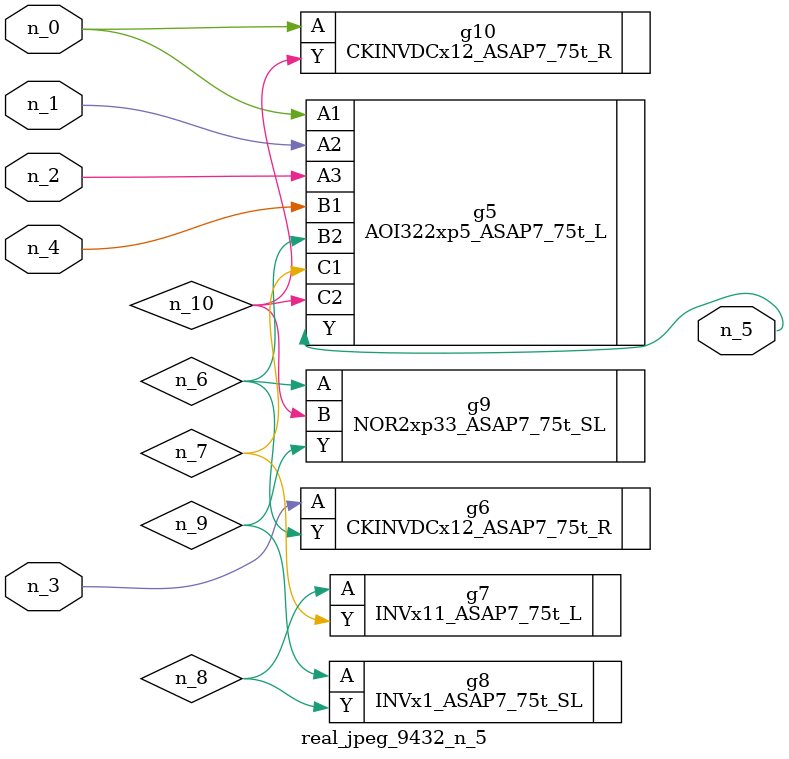
<source format=v>
module real_jpeg_9432_n_5 (n_4, n_0, n_1, n_2, n_3, n_5);

input n_4;
input n_0;
input n_1;
input n_2;
input n_3;

output n_5;

wire n_8;
wire n_6;
wire n_7;
wire n_10;
wire n_9;

AOI322xp5_ASAP7_75t_L g5 ( 
.A1(n_0),
.A2(n_1),
.A3(n_2),
.B1(n_4),
.B2(n_6),
.C1(n_7),
.C2(n_10),
.Y(n_5)
);

CKINVDCx12_ASAP7_75t_R g10 ( 
.A(n_0),
.Y(n_10)
);

CKINVDCx12_ASAP7_75t_R g6 ( 
.A(n_3),
.Y(n_6)
);

NOR2xp33_ASAP7_75t_SL g9 ( 
.A(n_6),
.B(n_10),
.Y(n_9)
);

INVx11_ASAP7_75t_L g7 ( 
.A(n_8),
.Y(n_7)
);

INVx1_ASAP7_75t_SL g8 ( 
.A(n_9),
.Y(n_8)
);


endmodule
</source>
